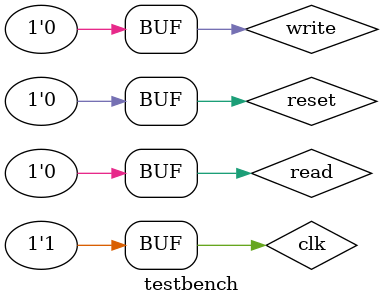
<source format=sv>
module testbench;

    logic clk, reset, write, read, overflow;
    logic[3:0] write_addr;
    logic[3:0] read_addr;
    

    fifo_controller #(4) fifo_controller_0(
        clk, reset, 
        write, read,
        write_addr, read_addr,
        overflow
    );
  
    initial begin
        clk = 0;
        reset = 1; write = 0; read = 0;
        # 2 reset = 0;
        for(integer i = 0; i < 100; i++) begin
        	#10 clk = 0;
            #10 write = i%2==0;
                read = i%5==0;
                clk = 1;
        end
    end

    initial begin
        
    end  	

endmodule
</source>
